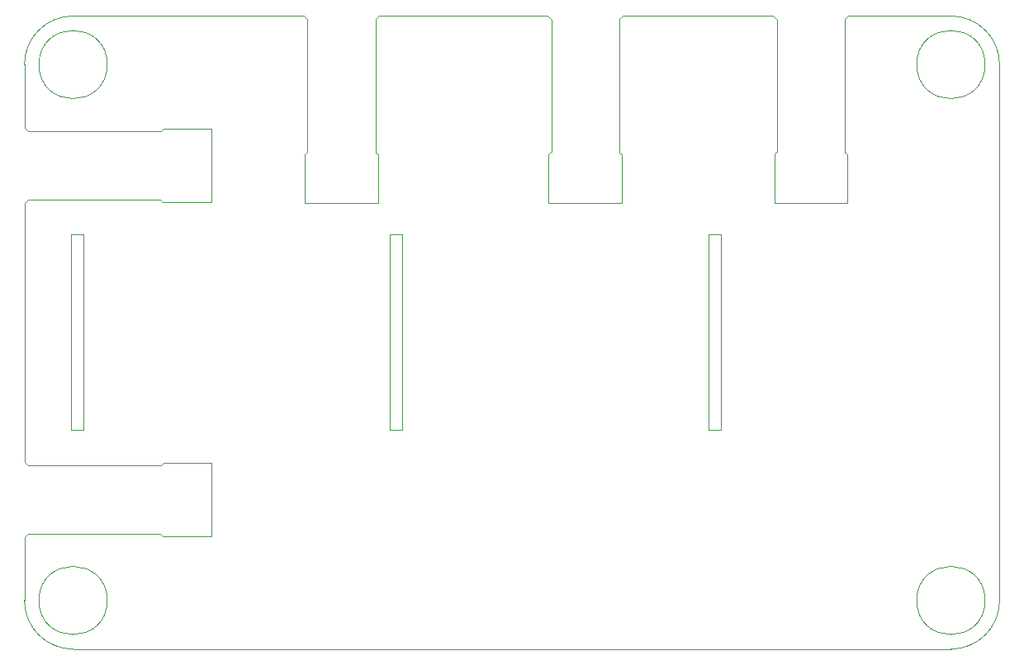
<source format=gbr>
%TF.GenerationSoftware,Altium Limited,Altium Designer,24.0.1 (36)*%
G04 Layer_Color=16711935*
%FSLAX45Y45*%
%MOMM*%
%TF.SameCoordinates,B8119A69-DF13-4F5F-B16A-25B655FCA713*%
%TF.FilePolarity,Positive*%
%TF.FileFunction,Other,Mechanical_1*%
%TF.Part,Single*%
G01*
G75*
%TA.AperFunction,NonConductor*%
%ADD121C,0.01270*%
%ADD122C,0.01300*%
D121*
X9499384Y1270D02*
G03*
X9998115Y500001I0J498731D01*
G01*
X635D02*
G03*
X499366Y1270I498731J0D01*
G01*
X9998115Y6000012D02*
G03*
X9499384Y6498743I-498731J0D01*
G01*
X499366D02*
G03*
X635Y6000012I0J-498731D01*
G01*
X9849384D02*
G03*
X9849384Y6000012I-350000J0D01*
G01*
Y500001D02*
G03*
X9849384Y500001I-350000J0D01*
G01*
X849366D02*
G03*
X849366Y500001I-350000J0D01*
G01*
Y6000012D02*
G03*
X849366Y6000012I-350000J0D01*
G01*
X5374869Y4977960D02*
Y5079769D01*
X1393260Y1186000D02*
X1395620Y1183640D01*
X1420791Y1158469D02*
X1522601D01*
X1920160D01*
X1395620Y1183640D02*
X1420791Y1158469D01*
X1401815Y1886045D02*
X1402990Y1887220D01*
X1424248Y1908478D01*
X1920160D01*
Y1158469D02*
Y1186000D01*
Y1908478D01*
X1393260Y4616403D02*
X1395620Y4614043D01*
X1420791Y4588872D02*
X1522601D01*
X1920160D01*
X1395620Y4614043D02*
X1420791Y4588872D01*
X1401815Y5316448D02*
X1402990Y5317623D01*
X1424248Y5338881D01*
X1920160D01*
Y4588872D02*
Y4616403D01*
Y5338881D01*
X7712843Y5104940D02*
X7715203Y5107300D01*
X7687672Y4977959D02*
Y5079769D01*
Y4580400D02*
Y4977959D01*
Y5079769D02*
X7712843Y5104940D01*
X8415248Y5098745D02*
X8416423Y5097570D01*
X8437681Y5076312D01*
Y4580400D02*
Y5076312D01*
X7687672Y4580400D02*
X7715203D01*
X8437681D01*
X5400040Y5104940D02*
X5402400Y5107300D01*
X5374869Y4580400D02*
Y4977960D01*
Y5079769D02*
X5400040Y5104940D01*
X6102445Y5098745D02*
X6103620Y5097570D01*
X6124878Y5076312D01*
Y4580400D02*
Y5076312D01*
X5374869Y4580400D02*
X5402400D01*
X6124878D01*
X2902337D02*
X3624815D01*
X2874806D02*
X2902337D01*
X635Y1147006D02*
X9964Y1156335D01*
X36080Y1182452D01*
X635Y1920350D02*
X1993Y1918993D01*
X635Y4577409D02*
X9964Y4586738D01*
X635Y1920350D02*
Y4577409D01*
Y5350754D02*
X1993Y5349396D01*
X7677567Y6498567D02*
X7685538Y6490596D01*
X3635330Y6498567D02*
X5364764Y6498567D01*
X2864526Y6498743D02*
X2872672Y6490597D01*
X34940Y1886000D02*
Y1886045D01*
X1993Y1918993D02*
X34940Y1886045D01*
X36080Y1182452D02*
X39629Y1186000D01*
X34940Y5316403D02*
Y5316448D01*
X1993Y5349396D02*
X34940Y5316448D01*
X9964Y4586738D02*
X36080Y4612855D01*
X39629Y4616403D01*
X3602337Y6465620D02*
X3602382D01*
X3624815Y4580400D02*
Y5076312D01*
X3603557Y5097570D02*
X3624815Y5076312D01*
X3602382Y5098745D02*
X3603557Y5097570D01*
X2874806Y5079769D02*
X2899977Y5104940D01*
X2874806Y4580400D02*
Y4977960D01*
Y5079769D01*
X3602382Y6465620D02*
X3635330Y6498567D01*
X2872672Y6490597D02*
X2898788Y6464480D01*
X2899977Y5104940D02*
X2902337Y5107300D01*
X2898788Y6464480D02*
X2902337Y6460932D01*
X8415203Y6465620D02*
X8415248D01*
X8448196Y6498567D01*
X7685538Y6490596D02*
X7711655Y6464480D01*
X7715203Y6460931D01*
X5364764Y6498567D02*
X5372735Y6490597D01*
X5398852Y6464480D02*
X5402400Y6460932D01*
X5372735Y6490597D02*
X5398852Y6464480D01*
X6102445Y6465620D02*
X6135393Y6498567D01*
X7015480Y4254500D02*
X7137400D01*
Y2247900D02*
Y4254500D01*
X7015480Y2247900D02*
X7137400D01*
X7015480D02*
Y4254500D01*
X3749040D02*
X3870960D01*
Y2247900D02*
Y4254500D01*
X3749040Y2247900D02*
X3870960D01*
X3749040D02*
Y4254500D01*
X480060Y2247900D02*
Y4254500D01*
Y2247900D02*
X601980D01*
Y4254500D01*
X480060D02*
X601980D01*
X635Y1073785D02*
Y1147006D01*
Y5501640D02*
Y5502275D01*
Y5350754D02*
Y5501640D01*
Y5502275D02*
Y6000012D01*
Y500001D02*
Y1073785D01*
X6135393Y6498567D02*
X7677567D01*
X547217Y6498743D02*
X2864526D01*
X500967D02*
X547217D01*
X499544D02*
X500967D01*
X499366D02*
X499544D01*
X8448196D02*
X9499384D01*
X6102400Y6465620D02*
X6102445D01*
X499366Y1270D02*
X9499384D01*
X9998115Y500001D02*
Y6000012D01*
D122*
X34940Y1886000D02*
X1401770D01*
X39629Y1186000D02*
X1393260D01*
X34940Y5316403D02*
X1401770D01*
X39629Y4616403D02*
X1393260D01*
X8415203Y5098790D02*
Y6465620D01*
X7715203Y5107300D02*
Y6460931D01*
X6102400Y5098790D02*
Y6465620D01*
X5402400Y5107300D02*
Y6460932D01*
X2902337Y5107300D02*
Y6460932D01*
X3602337Y5098790D02*
Y6465620D01*
%TF.MD5,9e713cf8c09ffec830b19882b1638c3a*%
M02*

</source>
